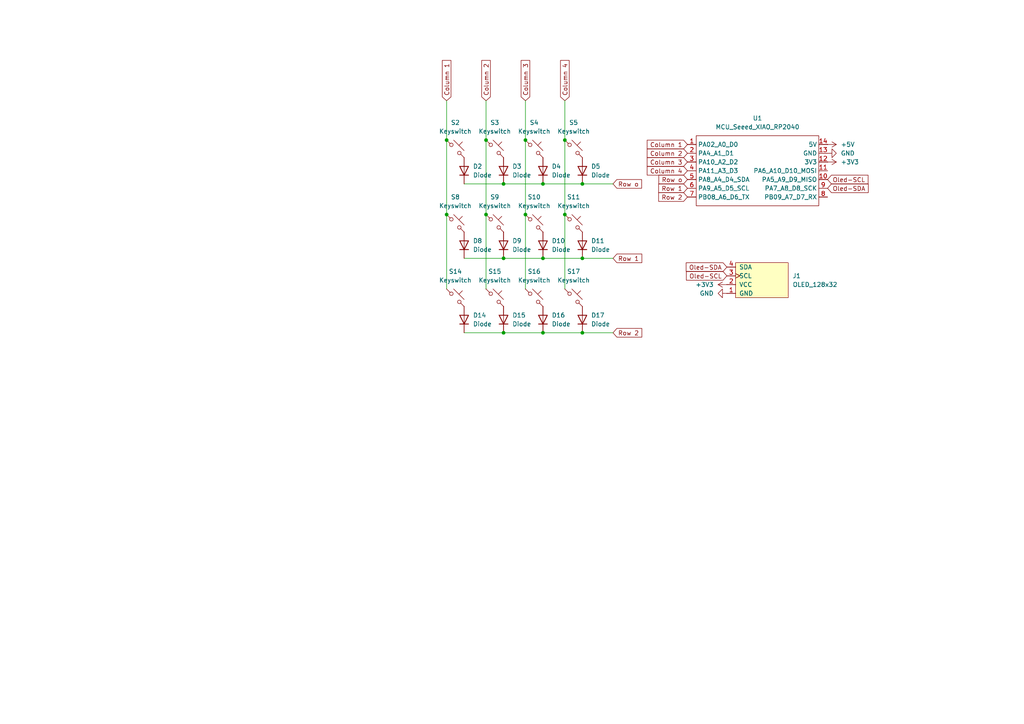
<source format=kicad_sch>
(kicad_sch
	(version 20250114)
	(generator "eeschema")
	(generator_version "9.0")
	(uuid "04a5b962-2ef3-470f-a7bf-d002a808a2cd")
	(paper "A4")
	(lib_symbols
		(symbol "ScottoKeebs:MCU_Seeed_XIAO_RP2040"
			(exclude_from_sim no)
			(in_bom yes)
			(on_board yes)
			(property "Reference" "U"
				(at -16.51 11.43 0)
				(effects
					(font
						(size 1.27 1.27)
					)
				)
			)
			(property "Value" "MCU_Seeed_XIAO_RP2040"
				(at -3.81 -11.43 0)
				(effects
					(font
						(size 1.27 1.27)
					)
				)
			)
			(property "Footprint" ""
				(at -16.51 2.54 0)
				(effects
					(font
						(size 1.27 1.27)
					)
					(hide yes)
				)
			)
			(property "Datasheet" ""
				(at -16.51 2.54 0)
				(effects
					(font
						(size 1.27 1.27)
					)
					(hide yes)
				)
			)
			(property "Description" ""
				(at 0 0 0)
				(effects
					(font
						(size 1.27 1.27)
					)
					(hide yes)
				)
			)
			(symbol "MCU_Seeed_XIAO_RP2040_0_1"
				(rectangle
					(start -16.51 10.16)
					(end 19.05 -10.16)
					(stroke
						(width 0)
						(type default)
					)
					(fill
						(type none)
					)
				)
			)
			(symbol "MCU_Seeed_XIAO_RP2040_1_1"
				(pin passive line
					(at -19.05 7.62 0)
					(length 2.54)
					(name "PA02_A0_D0"
						(effects
							(font
								(size 1.27 1.27)
							)
						)
					)
					(number "1"
						(effects
							(font
								(size 1.27 1.27)
							)
						)
					)
				)
				(pin passive line
					(at -19.05 5.08 0)
					(length 2.54)
					(name "PA4_A1_D1"
						(effects
							(font
								(size 1.27 1.27)
							)
						)
					)
					(number "2"
						(effects
							(font
								(size 1.27 1.27)
							)
						)
					)
				)
				(pin passive line
					(at -19.05 2.54 0)
					(length 2.54)
					(name "PA10_A2_D2"
						(effects
							(font
								(size 1.27 1.27)
							)
						)
					)
					(number "3"
						(effects
							(font
								(size 1.27 1.27)
							)
						)
					)
				)
				(pin passive line
					(at -19.05 0 0)
					(length 2.54)
					(name "PA11_A3_D3"
						(effects
							(font
								(size 1.27 1.27)
							)
						)
					)
					(number "4"
						(effects
							(font
								(size 1.27 1.27)
							)
						)
					)
				)
				(pin passive line
					(at -19.05 -2.54 0)
					(length 2.54)
					(name "PA8_A4_D4_SDA"
						(effects
							(font
								(size 1.27 1.27)
							)
						)
					)
					(number "5"
						(effects
							(font
								(size 1.27 1.27)
							)
						)
					)
				)
				(pin passive line
					(at -19.05 -5.08 0)
					(length 2.54)
					(name "PA9_A5_D5_SCL"
						(effects
							(font
								(size 1.27 1.27)
							)
						)
					)
					(number "6"
						(effects
							(font
								(size 1.27 1.27)
							)
						)
					)
				)
				(pin passive line
					(at -19.05 -7.62 0)
					(length 2.54)
					(name "PB08_A6_D6_TX"
						(effects
							(font
								(size 1.27 1.27)
							)
						)
					)
					(number "7"
						(effects
							(font
								(size 1.27 1.27)
							)
						)
					)
				)
				(pin passive line
					(at 21.59 7.62 180)
					(length 2.54)
					(name "5V"
						(effects
							(font
								(size 1.27 1.27)
							)
						)
					)
					(number "14"
						(effects
							(font
								(size 1.27 1.27)
							)
						)
					)
				)
				(pin passive line
					(at 21.59 5.08 180)
					(length 2.54)
					(name "GND"
						(effects
							(font
								(size 1.27 1.27)
							)
						)
					)
					(number "13"
						(effects
							(font
								(size 1.27 1.27)
							)
						)
					)
				)
				(pin passive line
					(at 21.59 2.54 180)
					(length 2.54)
					(name "3V3"
						(effects
							(font
								(size 1.27 1.27)
							)
						)
					)
					(number "12"
						(effects
							(font
								(size 1.27 1.27)
							)
						)
					)
				)
				(pin passive line
					(at 21.59 0 180)
					(length 2.54)
					(name "PA6_A10_D10_MOSI"
						(effects
							(font
								(size 1.27 1.27)
							)
						)
					)
					(number "11"
						(effects
							(font
								(size 1.27 1.27)
							)
						)
					)
				)
				(pin passive line
					(at 21.59 -2.54 180)
					(length 2.54)
					(name "PA5_A9_D9_MISO"
						(effects
							(font
								(size 1.27 1.27)
							)
						)
					)
					(number "10"
						(effects
							(font
								(size 1.27 1.27)
							)
						)
					)
				)
				(pin passive line
					(at 21.59 -5.08 180)
					(length 2.54)
					(name "PA7_A8_D8_SCK"
						(effects
							(font
								(size 1.27 1.27)
							)
						)
					)
					(number "9"
						(effects
							(font
								(size 1.27 1.27)
							)
						)
					)
				)
				(pin passive line
					(at 21.59 -7.62 180)
					(length 2.54)
					(name "PB09_A7_D7_RX"
						(effects
							(font
								(size 1.27 1.27)
							)
						)
					)
					(number "8"
						(effects
							(font
								(size 1.27 1.27)
							)
						)
					)
				)
			)
			(embedded_fonts no)
		)
		(symbol "ScottoKeebs:OLED_128x32"
			(pin_names
				(offset 1.016)
			)
			(exclude_from_sim no)
			(in_bom yes)
			(on_board yes)
			(property "Reference" "J"
				(at 0 -6.35 0)
				(effects
					(font
						(size 1.27 1.27)
					)
				)
			)
			(property "Value" "OLED_128x32"
				(at 0 6.35 0)
				(effects
					(font
						(size 1.27 1.27)
					)
				)
			)
			(property "Footprint" "ScottoKeebs_Components:OLED_128x32"
				(at 0 8.89 0)
				(effects
					(font
						(size 1.27 1.27)
					)
					(hide yes)
				)
			)
			(property "Datasheet" ""
				(at 0 1.27 0)
				(effects
					(font
						(size 1.27 1.27)
					)
					(hide yes)
				)
			)
			(property "Description" ""
				(at 0 0 0)
				(effects
					(font
						(size 1.27 1.27)
					)
					(hide yes)
				)
			)
			(symbol "OLED_128x32_0_1"
				(rectangle
					(start 0 5.08)
					(end 15.24 -5.08)
					(stroke
						(width 0)
						(type default)
					)
					(fill
						(type background)
					)
				)
			)
			(symbol "OLED_128x32_1_1"
				(pin bidirectional line
					(at -2.54 3.81 0)
					(length 2.54)
					(name "SDA"
						(effects
							(font
								(size 1.27 1.27)
							)
						)
					)
					(number "4"
						(effects
							(font
								(size 1.27 1.27)
							)
						)
					)
				)
				(pin input clock
					(at -2.54 1.27 0)
					(length 2.54)
					(name "SCL"
						(effects
							(font
								(size 1.27 1.27)
							)
						)
					)
					(number "3"
						(effects
							(font
								(size 1.27 1.27)
							)
						)
					)
				)
				(pin power_in line
					(at -2.54 -1.27 0)
					(length 2.54)
					(name "VCC"
						(effects
							(font
								(size 1.27 1.27)
							)
						)
					)
					(number "2"
						(effects
							(font
								(size 1.27 1.27)
							)
						)
					)
				)
				(pin power_in line
					(at -2.54 -3.81 0)
					(length 2.54)
					(name "GND"
						(effects
							(font
								(size 1.27 1.27)
							)
						)
					)
					(number "1"
						(effects
							(font
								(size 1.27 1.27)
							)
						)
					)
				)
			)
			(embedded_fonts no)
		)
		(symbol "ScottoKeebs:Placeholder_Diode"
			(pin_numbers
				(hide yes)
			)
			(pin_names
				(hide yes)
			)
			(exclude_from_sim no)
			(in_bom yes)
			(on_board yes)
			(property "Reference" "D"
				(at 0 2.54 0)
				(effects
					(font
						(size 1.27 1.27)
					)
				)
			)
			(property "Value" "Diode"
				(at 0 -2.54 0)
				(effects
					(font
						(size 1.27 1.27)
					)
				)
			)
			(property "Footprint" ""
				(at 0 0 0)
				(effects
					(font
						(size 1.27 1.27)
					)
					(hide yes)
				)
			)
			(property "Datasheet" ""
				(at 0 0 0)
				(effects
					(font
						(size 1.27 1.27)
					)
					(hide yes)
				)
			)
			(property "Description" "1N4148 (DO-35) or 1N4148W (SOD-123)"
				(at 0 0 0)
				(effects
					(font
						(size 1.27 1.27)
					)
					(hide yes)
				)
			)
			(property "Sim.Device" "D"
				(at 0 0 0)
				(effects
					(font
						(size 1.27 1.27)
					)
					(hide yes)
				)
			)
			(property "Sim.Pins" "1=K 2=A"
				(at 0 0 0)
				(effects
					(font
						(size 1.27 1.27)
					)
					(hide yes)
				)
			)
			(property "ki_keywords" "diode"
				(at 0 0 0)
				(effects
					(font
						(size 1.27 1.27)
					)
					(hide yes)
				)
			)
			(property "ki_fp_filters" "D*DO?35*"
				(at 0 0 0)
				(effects
					(font
						(size 1.27 1.27)
					)
					(hide yes)
				)
			)
			(symbol "Placeholder_Diode_0_1"
				(polyline
					(pts
						(xy -1.27 1.27) (xy -1.27 -1.27)
					)
					(stroke
						(width 0.254)
						(type default)
					)
					(fill
						(type none)
					)
				)
				(polyline
					(pts
						(xy 1.27 1.27) (xy 1.27 -1.27) (xy -1.27 0) (xy 1.27 1.27)
					)
					(stroke
						(width 0.254)
						(type default)
					)
					(fill
						(type none)
					)
				)
				(polyline
					(pts
						(xy 1.27 0) (xy -1.27 0)
					)
					(stroke
						(width 0)
						(type default)
					)
					(fill
						(type none)
					)
				)
			)
			(symbol "Placeholder_Diode_1_1"
				(pin passive line
					(at -3.81 0 0)
					(length 2.54)
					(name "K"
						(effects
							(font
								(size 1.27 1.27)
							)
						)
					)
					(number "1"
						(effects
							(font
								(size 1.27 1.27)
							)
						)
					)
				)
				(pin passive line
					(at 3.81 0 180)
					(length 2.54)
					(name "A"
						(effects
							(font
								(size 1.27 1.27)
							)
						)
					)
					(number "2"
						(effects
							(font
								(size 1.27 1.27)
							)
						)
					)
				)
			)
			(embedded_fonts no)
		)
		(symbol "ScottoKeebs:Placeholder_Keyswitch"
			(pin_numbers
				(hide yes)
			)
			(pin_names
				(offset 1.016)
				(hide yes)
			)
			(exclude_from_sim no)
			(in_bom yes)
			(on_board yes)
			(property "Reference" "S"
				(at 3.048 1.016 0)
				(effects
					(font
						(size 1.27 1.27)
					)
					(justify left)
				)
			)
			(property "Value" "Keyswitch"
				(at 0 -3.81 0)
				(effects
					(font
						(size 1.27 1.27)
					)
				)
			)
			(property "Footprint" ""
				(at 0 0 0)
				(effects
					(font
						(size 1.27 1.27)
					)
					(hide yes)
				)
			)
			(property "Datasheet" "~"
				(at 0 0 0)
				(effects
					(font
						(size 1.27 1.27)
					)
					(hide yes)
				)
			)
			(property "Description" "Push button switch, normally open, two pins, 45° tilted"
				(at 0 0 0)
				(effects
					(font
						(size 1.27 1.27)
					)
					(hide yes)
				)
			)
			(property "ki_keywords" "switch normally-open pushbutton push-button"
				(at 0 0 0)
				(effects
					(font
						(size 1.27 1.27)
					)
					(hide yes)
				)
			)
			(symbol "Placeholder_Keyswitch_0_1"
				(polyline
					(pts
						(xy -2.54 2.54) (xy -1.524 1.524) (xy -1.524 1.524)
					)
					(stroke
						(width 0)
						(type default)
					)
					(fill
						(type none)
					)
				)
				(circle
					(center -1.1684 1.1684)
					(radius 0.508)
					(stroke
						(width 0)
						(type default)
					)
					(fill
						(type none)
					)
				)
				(polyline
					(pts
						(xy -0.508 2.54) (xy 2.54 -0.508)
					)
					(stroke
						(width 0)
						(type default)
					)
					(fill
						(type none)
					)
				)
				(polyline
					(pts
						(xy 1.016 1.016) (xy 2.032 2.032)
					)
					(stroke
						(width 0)
						(type default)
					)
					(fill
						(type none)
					)
				)
				(circle
					(center 1.143 -1.1938)
					(radius 0.508)
					(stroke
						(width 0)
						(type default)
					)
					(fill
						(type none)
					)
				)
				(polyline
					(pts
						(xy 1.524 -1.524) (xy 2.54 -2.54) (xy 2.54 -2.54) (xy 2.54 -2.54)
					)
					(stroke
						(width 0)
						(type default)
					)
					(fill
						(type none)
					)
				)
				(pin passive line
					(at -2.54 2.54 0)
					(length 0)
					(name "1"
						(effects
							(font
								(size 1.27 1.27)
							)
						)
					)
					(number "1"
						(effects
							(font
								(size 1.27 1.27)
							)
						)
					)
				)
				(pin passive line
					(at 2.54 -2.54 180)
					(length 0)
					(name "2"
						(effects
							(font
								(size 1.27 1.27)
							)
						)
					)
					(number "2"
						(effects
							(font
								(size 1.27 1.27)
							)
						)
					)
				)
			)
			(embedded_fonts no)
		)
		(symbol "power:+3V3"
			(power)
			(pin_numbers
				(hide yes)
			)
			(pin_names
				(offset 0)
				(hide yes)
			)
			(exclude_from_sim no)
			(in_bom yes)
			(on_board yes)
			(property "Reference" "#PWR"
				(at 0 -3.81 0)
				(effects
					(font
						(size 1.27 1.27)
					)
					(hide yes)
				)
			)
			(property "Value" "+3V3"
				(at 0 3.556 0)
				(effects
					(font
						(size 1.27 1.27)
					)
				)
			)
			(property "Footprint" ""
				(at 0 0 0)
				(effects
					(font
						(size 1.27 1.27)
					)
					(hide yes)
				)
			)
			(property "Datasheet" ""
				(at 0 0 0)
				(effects
					(font
						(size 1.27 1.27)
					)
					(hide yes)
				)
			)
			(property "Description" "Power symbol creates a global label with name \"+3V3\""
				(at 0 0 0)
				(effects
					(font
						(size 1.27 1.27)
					)
					(hide yes)
				)
			)
			(property "ki_keywords" "global power"
				(at 0 0 0)
				(effects
					(font
						(size 1.27 1.27)
					)
					(hide yes)
				)
			)
			(symbol "+3V3_0_1"
				(polyline
					(pts
						(xy -0.762 1.27) (xy 0 2.54)
					)
					(stroke
						(width 0)
						(type default)
					)
					(fill
						(type none)
					)
				)
				(polyline
					(pts
						(xy 0 2.54) (xy 0.762 1.27)
					)
					(stroke
						(width 0)
						(type default)
					)
					(fill
						(type none)
					)
				)
				(polyline
					(pts
						(xy 0 0) (xy 0 2.54)
					)
					(stroke
						(width 0)
						(type default)
					)
					(fill
						(type none)
					)
				)
			)
			(symbol "+3V3_1_1"
				(pin power_in line
					(at 0 0 90)
					(length 0)
					(name "~"
						(effects
							(font
								(size 1.27 1.27)
							)
						)
					)
					(number "1"
						(effects
							(font
								(size 1.27 1.27)
							)
						)
					)
				)
			)
			(embedded_fonts no)
		)
		(symbol "power:+5V"
			(power)
			(pin_numbers
				(hide yes)
			)
			(pin_names
				(offset 0)
				(hide yes)
			)
			(exclude_from_sim no)
			(in_bom yes)
			(on_board yes)
			(property "Reference" "#PWR"
				(at 0 -3.81 0)
				(effects
					(font
						(size 1.27 1.27)
					)
					(hide yes)
				)
			)
			(property "Value" "+5V"
				(at 0 3.556 0)
				(effects
					(font
						(size 1.27 1.27)
					)
				)
			)
			(property "Footprint" ""
				(at 0 0 0)
				(effects
					(font
						(size 1.27 1.27)
					)
					(hide yes)
				)
			)
			(property "Datasheet" ""
				(at 0 0 0)
				(effects
					(font
						(size 1.27 1.27)
					)
					(hide yes)
				)
			)
			(property "Description" "Power symbol creates a global label with name \"+5V\""
				(at 0 0 0)
				(effects
					(font
						(size 1.27 1.27)
					)
					(hide yes)
				)
			)
			(property "ki_keywords" "global power"
				(at 0 0 0)
				(effects
					(font
						(size 1.27 1.27)
					)
					(hide yes)
				)
			)
			(symbol "+5V_0_1"
				(polyline
					(pts
						(xy -0.762 1.27) (xy 0 2.54)
					)
					(stroke
						(width 0)
						(type default)
					)
					(fill
						(type none)
					)
				)
				(polyline
					(pts
						(xy 0 2.54) (xy 0.762 1.27)
					)
					(stroke
						(width 0)
						(type default)
					)
					(fill
						(type none)
					)
				)
				(polyline
					(pts
						(xy 0 0) (xy 0 2.54)
					)
					(stroke
						(width 0)
						(type default)
					)
					(fill
						(type none)
					)
				)
			)
			(symbol "+5V_1_1"
				(pin power_in line
					(at 0 0 90)
					(length 0)
					(name "~"
						(effects
							(font
								(size 1.27 1.27)
							)
						)
					)
					(number "1"
						(effects
							(font
								(size 1.27 1.27)
							)
						)
					)
				)
			)
			(embedded_fonts no)
		)
		(symbol "power:GND"
			(power)
			(pin_numbers
				(hide yes)
			)
			(pin_names
				(offset 0)
				(hide yes)
			)
			(exclude_from_sim no)
			(in_bom yes)
			(on_board yes)
			(property "Reference" "#PWR"
				(at 0 -6.35 0)
				(effects
					(font
						(size 1.27 1.27)
					)
					(hide yes)
				)
			)
			(property "Value" "GND"
				(at 0 -3.81 0)
				(effects
					(font
						(size 1.27 1.27)
					)
				)
			)
			(property "Footprint" ""
				(at 0 0 0)
				(effects
					(font
						(size 1.27 1.27)
					)
					(hide yes)
				)
			)
			(property "Datasheet" ""
				(at 0 0 0)
				(effects
					(font
						(size 1.27 1.27)
					)
					(hide yes)
				)
			)
			(property "Description" "Power symbol creates a global label with name \"GND\" , ground"
				(at 0 0 0)
				(effects
					(font
						(size 1.27 1.27)
					)
					(hide yes)
				)
			)
			(property "ki_keywords" "global power"
				(at 0 0 0)
				(effects
					(font
						(size 1.27 1.27)
					)
					(hide yes)
				)
			)
			(symbol "GND_0_1"
				(polyline
					(pts
						(xy 0 0) (xy 0 -1.27) (xy 1.27 -1.27) (xy 0 -2.54) (xy -1.27 -1.27) (xy 0 -1.27)
					)
					(stroke
						(width 0)
						(type default)
					)
					(fill
						(type none)
					)
				)
			)
			(symbol "GND_1_1"
				(pin power_in line
					(at 0 0 270)
					(length 0)
					(name "~"
						(effects
							(font
								(size 1.27 1.27)
							)
						)
					)
					(number "1"
						(effects
							(font
								(size 1.27 1.27)
							)
						)
					)
				)
			)
			(embedded_fonts no)
		)
	)
	(junction
		(at 157.48 96.52)
		(diameter 0)
		(color 0 0 0 0)
		(uuid "01a6acd8-b75c-4335-83a5-54e017d11f55")
	)
	(junction
		(at 157.48 74.93)
		(diameter 0)
		(color 0 0 0 0)
		(uuid "217cebcb-f124-4e58-80a9-84e1207dba65")
	)
	(junction
		(at 157.48 53.34)
		(diameter 0)
		(color 0 0 0 0)
		(uuid "3a3e145b-7f8f-494a-be80-e495d12e89b9")
	)
	(junction
		(at 168.91 53.34)
		(diameter 0)
		(color 0 0 0 0)
		(uuid "57f5c54e-9157-4295-8a7f-77b8273b386f")
	)
	(junction
		(at 140.97 40.64)
		(diameter 0)
		(color 0 0 0 0)
		(uuid "5a34a2ea-6fed-4f57-a75a-4f6c18acc507")
	)
	(junction
		(at 168.91 74.93)
		(diameter 0)
		(color 0 0 0 0)
		(uuid "70fbb2f8-b133-4ee1-bfc5-4bbf04183032")
	)
	(junction
		(at 152.4 40.64)
		(diameter 0)
		(color 0 0 0 0)
		(uuid "78192869-2a8a-4ba1-b08f-99a342bccd81")
	)
	(junction
		(at 163.83 62.23)
		(diameter 0)
		(color 0 0 0 0)
		(uuid "81d54aaa-4eb5-43f4-92c1-6e75a61abc76")
	)
	(junction
		(at 163.83 40.64)
		(diameter 0)
		(color 0 0 0 0)
		(uuid "88b0175d-674a-4c56-834b-91e22d490cbc")
	)
	(junction
		(at 140.97 62.23)
		(diameter 0)
		(color 0 0 0 0)
		(uuid "ac56dd19-1a4d-4472-9cfb-09f8f0a7e10a")
	)
	(junction
		(at 129.54 40.64)
		(diameter 0)
		(color 0 0 0 0)
		(uuid "afedada1-c6c4-47c1-9c92-f7fe406d0dc2")
	)
	(junction
		(at 146.05 96.52)
		(diameter 0)
		(color 0 0 0 0)
		(uuid "b507d37a-f259-49ca-af59-3067a7492adc")
	)
	(junction
		(at 146.05 74.93)
		(diameter 0)
		(color 0 0 0 0)
		(uuid "b53a7963-e8ad-4e99-bb2f-96e9796247c0")
	)
	(junction
		(at 168.91 96.52)
		(diameter 0)
		(color 0 0 0 0)
		(uuid "b87ea8c5-6646-4d03-abd7-299fad960d26")
	)
	(junction
		(at 129.54 62.23)
		(diameter 0)
		(color 0 0 0 0)
		(uuid "c79313f8-f412-4de4-b6a1-baf407f5f78c")
	)
	(junction
		(at 152.4 62.23)
		(diameter 0)
		(color 0 0 0 0)
		(uuid "e4837235-9cb3-4d4e-903d-d65dfe22d467")
	)
	(junction
		(at 146.05 53.34)
		(diameter 0)
		(color 0 0 0 0)
		(uuid "f34ed132-7d63-4cc6-be25-0df5bcbb3505")
	)
	(wire
		(pts
			(xy 152.4 29.21) (xy 152.4 40.64)
		)
		(stroke
			(width 0)
			(type default)
		)
		(uuid "10e02adf-4744-4065-a49a-4bf7b2f491f0")
	)
	(wire
		(pts
			(xy 146.05 96.52) (xy 157.48 96.52)
		)
		(stroke
			(width 0)
			(type default)
		)
		(uuid "1651dc7e-498c-4c4e-9e50-c1e159415711")
	)
	(wire
		(pts
			(xy 163.83 62.23) (xy 163.83 83.82)
		)
		(stroke
			(width 0)
			(type default)
		)
		(uuid "2011e907-339a-423b-9543-4d63e1f6fc28")
	)
	(wire
		(pts
			(xy 134.62 53.34) (xy 146.05 53.34)
		)
		(stroke
			(width 0)
			(type default)
		)
		(uuid "2013c8d5-9110-4424-9a1f-d4b6d1a10e8f")
	)
	(wire
		(pts
			(xy 157.48 53.34) (xy 168.91 53.34)
		)
		(stroke
			(width 0)
			(type default)
		)
		(uuid "2d3af959-8be5-4976-9a1f-85b77957ee0a")
	)
	(wire
		(pts
			(xy 134.62 96.52) (xy 146.05 96.52)
		)
		(stroke
			(width 0)
			(type default)
		)
		(uuid "3bfdcca8-a009-4b05-939d-a12d2c936b64")
	)
	(wire
		(pts
			(xy 157.48 96.52) (xy 168.91 96.52)
		)
		(stroke
			(width 0)
			(type default)
		)
		(uuid "4111e8ee-8936-460a-b7a2-adc5864b56a3")
	)
	(wire
		(pts
			(xy 152.4 62.23) (xy 152.4 83.82)
		)
		(stroke
			(width 0)
			(type default)
		)
		(uuid "41b72377-aa23-4762-8d3a-7d6666ee20ef")
	)
	(wire
		(pts
			(xy 146.05 53.34) (xy 157.48 53.34)
		)
		(stroke
			(width 0)
			(type default)
		)
		(uuid "5e55f37b-46f0-4fda-ad3f-fa8ae5d6389a")
	)
	(wire
		(pts
			(xy 140.97 40.64) (xy 140.97 62.23)
		)
		(stroke
			(width 0)
			(type default)
		)
		(uuid "670c7242-0f63-4d54-bee3-1a9773ce290f")
	)
	(wire
		(pts
			(xy 134.62 74.93) (xy 146.05 74.93)
		)
		(stroke
			(width 0)
			(type default)
		)
		(uuid "74649bd9-efaa-4902-ade5-eb91298fe64e")
	)
	(wire
		(pts
			(xy 157.48 74.93) (xy 168.91 74.93)
		)
		(stroke
			(width 0)
			(type default)
		)
		(uuid "83ea55f5-6034-47f4-84f4-116dbcdaa481")
	)
	(wire
		(pts
			(xy 129.54 62.23) (xy 129.54 40.64)
		)
		(stroke
			(width 0)
			(type default)
		)
		(uuid "8c750e86-1974-4e90-96d7-327fb87face4")
	)
	(wire
		(pts
			(xy 163.83 40.64) (xy 163.83 62.23)
		)
		(stroke
			(width 0)
			(type default)
		)
		(uuid "8f49c057-2773-4aaa-be40-90b49f01f35a")
	)
	(wire
		(pts
			(xy 168.91 96.52) (xy 177.8 96.52)
		)
		(stroke
			(width 0)
			(type default)
		)
		(uuid "97cfba8f-ac55-490c-88be-fb494a648574")
	)
	(wire
		(pts
			(xy 168.91 53.34) (xy 177.8 53.34)
		)
		(stroke
			(width 0)
			(type default)
		)
		(uuid "9d4628f6-8731-43a6-9dbd-1b5487bb6464")
	)
	(wire
		(pts
			(xy 140.97 62.23) (xy 140.97 83.82)
		)
		(stroke
			(width 0)
			(type default)
		)
		(uuid "a1c78188-c833-4dc3-90d8-08a8b3e90132")
	)
	(wire
		(pts
			(xy 129.54 29.21) (xy 129.54 40.64)
		)
		(stroke
			(width 0)
			(type default)
		)
		(uuid "a32a36fb-f084-4b5a-abbd-7a1648e6078b")
	)
	(wire
		(pts
			(xy 146.05 74.93) (xy 157.48 74.93)
		)
		(stroke
			(width 0)
			(type default)
		)
		(uuid "aa7f67f7-d8fa-45c4-83fd-1574cc455f3a")
	)
	(wire
		(pts
			(xy 163.83 29.21) (xy 163.83 40.64)
		)
		(stroke
			(width 0)
			(type default)
		)
		(uuid "ac862c3e-469c-4a9b-acfe-e561abd47fe2")
	)
	(wire
		(pts
			(xy 140.97 29.21) (xy 140.97 40.64)
		)
		(stroke
			(width 0)
			(type default)
		)
		(uuid "c02dd348-cc94-44c0-88fe-6c271164f18d")
	)
	(wire
		(pts
			(xy 168.91 74.93) (xy 177.8 74.93)
		)
		(stroke
			(width 0)
			(type default)
		)
		(uuid "d43bc2cf-b7a8-496a-abde-c8f3f0583f13")
	)
	(wire
		(pts
			(xy 152.4 40.64) (xy 152.4 62.23)
		)
		(stroke
			(width 0)
			(type default)
		)
		(uuid "d94a7ce4-ce55-4a64-a16c-b130289ce0cd")
	)
	(wire
		(pts
			(xy 129.54 83.82) (xy 129.54 62.23)
		)
		(stroke
			(width 0)
			(type default)
		)
		(uuid "e727c0e0-1628-47ff-b36d-0ffa018b9978")
	)
	(global_label "Row 1"
		(shape input)
		(at 199.39 54.61 180)
		(fields_autoplaced yes)
		(effects
			(font
				(size 1.27 1.27)
			)
			(justify right)
		)
		(uuid "0da34632-d693-42b5-af99-fafc70dd4553")
		(property "Intersheetrefs" "${INTERSHEET_REFS}"
			(at 190.4782 54.61 0)
			(effects
				(font
					(size 1.27 1.27)
				)
				(justify right)
				(hide yes)
			)
		)
	)
	(global_label "Oled-SCL"
		(shape input)
		(at 210.82 80.01 180)
		(fields_autoplaced yes)
		(effects
			(font
				(size 1.27 1.27)
			)
			(justify right)
		)
		(uuid "16b81e15-360f-4144-bd6d-f4ee1f8e9290")
		(property "Intersheetrefs" "${INTERSHEET_REFS}"
			(at 198.5215 80.01 0)
			(effects
				(font
					(size 1.27 1.27)
				)
				(justify right)
				(hide yes)
			)
		)
	)
	(global_label "Column 4"
		(shape input)
		(at 163.83 29.21 90)
		(fields_autoplaced yes)
		(effects
			(font
				(size 1.27 1.27)
			)
			(justify left)
		)
		(uuid "2228ec5e-de11-4c35-bd84-a485f72a50e2")
		(property "Intersheetrefs" "${INTERSHEET_REFS}"
			(at 163.83 16.9722 90)
			(effects
				(font
					(size 1.27 1.27)
				)
				(justify left)
				(hide yes)
			)
		)
	)
	(global_label "Oled-SDA"
		(shape input)
		(at 240.03 54.61 0)
		(fields_autoplaced yes)
		(effects
			(font
				(size 1.27 1.27)
			)
			(justify left)
		)
		(uuid "22fbbb0b-5af1-4b2b-956f-5a276f0c1ac0")
		(property "Intersheetrefs" "${INTERSHEET_REFS}"
			(at 252.389 54.61 0)
			(effects
				(font
					(size 1.27 1.27)
				)
				(justify left)
				(hide yes)
			)
		)
	)
	(global_label "Oled-SDA"
		(shape input)
		(at 210.82 77.47 180)
		(fields_autoplaced yes)
		(effects
			(font
				(size 1.27 1.27)
			)
			(justify right)
		)
		(uuid "2d4d111a-6792-40c7-bbb0-d7f2608acd15")
		(property "Intersheetrefs" "${INTERSHEET_REFS}"
			(at 198.461 77.47 0)
			(effects
				(font
					(size 1.27 1.27)
				)
				(justify right)
				(hide yes)
			)
		)
	)
	(global_label "Column 1"
		(shape input)
		(at 199.39 41.91 180)
		(fields_autoplaced yes)
		(effects
			(font
				(size 1.27 1.27)
			)
			(justify right)
		)
		(uuid "4f7d1e24-3151-40fc-b89d-5810cd00d87c")
		(property "Intersheetrefs" "${INTERSHEET_REFS}"
			(at 187.1522 41.91 0)
			(effects
				(font
					(size 1.27 1.27)
				)
				(justify right)
				(hide yes)
			)
		)
	)
	(global_label "Row 2"
		(shape input)
		(at 177.8 96.52 0)
		(fields_autoplaced yes)
		(effects
			(font
				(size 1.27 1.27)
			)
			(justify left)
		)
		(uuid "63afa239-f334-49fb-bc77-f14de77b94f1")
		(property "Intersheetrefs" "${INTERSHEET_REFS}"
			(at 186.7118 96.52 0)
			(effects
				(font
					(size 1.27 1.27)
				)
				(justify left)
				(hide yes)
			)
		)
	)
	(global_label "Column 3"
		(shape input)
		(at 152.4 29.21 90)
		(fields_autoplaced yes)
		(effects
			(font
				(size 1.27 1.27)
			)
			(justify left)
		)
		(uuid "691604bd-b356-402a-8e31-3d21b89078cd")
		(property "Intersheetrefs" "${INTERSHEET_REFS}"
			(at 152.4 16.9722 90)
			(effects
				(font
					(size 1.27 1.27)
				)
				(justify left)
				(hide yes)
			)
		)
	)
	(global_label "Column 2"
		(shape input)
		(at 140.97 29.21 90)
		(fields_autoplaced yes)
		(effects
			(font
				(size 1.27 1.27)
			)
			(justify left)
		)
		(uuid "86f3b5ce-56d6-4818-89a3-d7272eb2baf2")
		(property "Intersheetrefs" "${INTERSHEET_REFS}"
			(at 140.97 16.9722 90)
			(effects
				(font
					(size 1.27 1.27)
				)
				(justify left)
				(hide yes)
			)
		)
	)
	(global_label "Row o"
		(shape input)
		(at 199.39 52.07 180)
		(fields_autoplaced yes)
		(effects
			(font
				(size 1.27 1.27)
			)
			(justify right)
		)
		(uuid "9b9b4e29-5732-40e5-8510-31c52516f955")
		(property "Intersheetrefs" "${INTERSHEET_REFS}"
			(at 190.5387 52.07 0)
			(effects
				(font
					(size 1.27 1.27)
				)
				(justify right)
				(hide yes)
			)
		)
	)
	(global_label "Column 3"
		(shape input)
		(at 199.39 46.99 180)
		(fields_autoplaced yes)
		(effects
			(font
				(size 1.27 1.27)
			)
			(justify right)
		)
		(uuid "a80d98ef-6b0a-40aa-9ad3-3398e604db47")
		(property "Intersheetrefs" "${INTERSHEET_REFS}"
			(at 187.1522 46.99 0)
			(effects
				(font
					(size 1.27 1.27)
				)
				(justify right)
				(hide yes)
			)
		)
	)
	(global_label "Row o"
		(shape input)
		(at 177.8 53.34 0)
		(fields_autoplaced yes)
		(effects
			(font
				(size 1.27 1.27)
			)
			(justify left)
		)
		(uuid "ab1e48da-699f-44aa-bdf6-1b64e616fd3e")
		(property "Intersheetrefs" "${INTERSHEET_REFS}"
			(at 186.6513 53.34 0)
			(effects
				(font
					(size 1.27 1.27)
				)
				(justify left)
				(hide yes)
			)
		)
	)
	(global_label "Column 1"
		(shape input)
		(at 129.54 29.21 90)
		(fields_autoplaced yes)
		(effects
			(font
				(size 1.27 1.27)
			)
			(justify left)
		)
		(uuid "bb4a63c9-dbde-42a1-98ac-56097e55392d")
		(property "Intersheetrefs" "${INTERSHEET_REFS}"
			(at 129.54 16.9722 90)
			(effects
				(font
					(size 1.27 1.27)
				)
				(justify left)
				(hide yes)
			)
		)
	)
	(global_label "Row 1"
		(shape input)
		(at 177.8 74.93 0)
		(fields_autoplaced yes)
		(effects
			(font
				(size 1.27 1.27)
			)
			(justify left)
		)
		(uuid "c685b9a2-0746-4235-baae-009eed5b84e8")
		(property "Intersheetrefs" "${INTERSHEET_REFS}"
			(at 186.7118 74.93 0)
			(effects
				(font
					(size 1.27 1.27)
				)
				(justify left)
				(hide yes)
			)
		)
	)
	(global_label "Oled-SCL"
		(shape input)
		(at 240.03 52.07 0)
		(fields_autoplaced yes)
		(effects
			(font
				(size 1.27 1.27)
			)
			(justify left)
		)
		(uuid "c789a68d-6adb-45ee-8387-a109fe0e46b2")
		(property "Intersheetrefs" "${INTERSHEET_REFS}"
			(at 252.3285 52.07 0)
			(effects
				(font
					(size 1.27 1.27)
				)
				(justify left)
				(hide yes)
			)
		)
	)
	(global_label "Row 2"
		(shape input)
		(at 199.39 57.15 180)
		(fields_autoplaced yes)
		(effects
			(font
				(size 1.27 1.27)
			)
			(justify right)
		)
		(uuid "e6961269-7b87-4323-a10a-02153677f977")
		(property "Intersheetrefs" "${INTERSHEET_REFS}"
			(at 190.4782 57.15 0)
			(effects
				(font
					(size 1.27 1.27)
				)
				(justify right)
				(hide yes)
			)
		)
	)
	(global_label "Column 4"
		(shape input)
		(at 199.39 49.53 180)
		(fields_autoplaced yes)
		(effects
			(font
				(size 1.27 1.27)
			)
			(justify right)
		)
		(uuid "f591ff4d-6047-4fd8-99ca-b37d253114cd")
		(property "Intersheetrefs" "${INTERSHEET_REFS}"
			(at 187.1522 49.53 0)
			(effects
				(font
					(size 1.27 1.27)
				)
				(justify right)
				(hide yes)
			)
		)
	)
	(global_label "Column 2"
		(shape input)
		(at 199.39 44.45 180)
		(fields_autoplaced yes)
		(effects
			(font
				(size 1.27 1.27)
			)
			(justify right)
		)
		(uuid "fa2750aa-3f8f-44cf-bb2b-771cda17656b")
		(property "Intersheetrefs" "${INTERSHEET_REFS}"
			(at 187.1522 44.45 0)
			(effects
				(font
					(size 1.27 1.27)
				)
				(justify right)
				(hide yes)
			)
		)
	)
	(symbol
		(lib_id "ScottoKeebs:Placeholder_Diode")
		(at 134.62 92.71 90)
		(unit 1)
		(exclude_from_sim no)
		(in_bom yes)
		(on_board yes)
		(dnp no)
		(fields_autoplaced yes)
		(uuid "0864bdfb-4e6a-4ba6-971f-1a3be96b3bfc")
		(property "Reference" "D14"
			(at 137.16 91.4399 90)
			(effects
				(font
					(size 1.27 1.27)
				)
				(justify right)
			)
		)
		(property "Value" "Diode"
			(at 137.16 93.9799 90)
			(effects
				(font
					(size 1.27 1.27)
				)
				(justify right)
			)
		)
		(property "Footprint" "ScottoKeebs_Components:Diode_DO-35"
			(at 134.62 92.71 0)
			(effects
				(font
					(size 1.27 1.27)
				)
				(hide yes)
			)
		)
		(property "Datasheet" ""
			(at 134.62 92.71 0)
			(effects
				(font
					(size 1.27 1.27)
				)
				(hide yes)
			)
		)
		(property "Description" "1N4148 (DO-35) or 1N4148W (SOD-123)"
			(at 134.62 92.71 0)
			(effects
				(font
					(size 1.27 1.27)
				)
				(hide yes)
			)
		)
		(property "Sim.Device" "D"
			(at 134.62 92.71 0)
			(effects
				(font
					(size 1.27 1.27)
				)
				(hide yes)
			)
		)
		(property "Sim.Pins" "1=K 2=A"
			(at 134.62 92.71 0)
			(effects
				(font
					(size 1.27 1.27)
				)
				(hide yes)
			)
		)
		(pin "1"
			(uuid "cc178b81-9a6d-4c5a-a6f2-a418a8e91320")
		)
		(pin "2"
			(uuid "8dce9cbf-e82e-4b97-8f2d-e6f482df1432")
		)
		(instances
			(project "League of legends Macropad"
				(path "/04a5b962-2ef3-470f-a7bf-d002a808a2cd"
					(reference "D14")
					(unit 1)
				)
			)
		)
	)
	(symbol
		(lib_id "ScottoKeebs:Placeholder_Keyswitch")
		(at 154.94 43.18 0)
		(unit 1)
		(exclude_from_sim no)
		(in_bom yes)
		(on_board yes)
		(dnp no)
		(fields_autoplaced yes)
		(uuid "18126a60-a718-415b-9d71-fcd2098d57a9")
		(property "Reference" "S4"
			(at 154.94 35.56 0)
			(effects
				(font
					(size 1.27 1.27)
				)
			)
		)
		(property "Value" "Keyswitch"
			(at 154.94 38.1 0)
			(effects
				(font
					(size 1.27 1.27)
				)
			)
		)
		(property "Footprint" "ScottoKeebs_MX:MX_PCB_1.00u"
			(at 154.94 43.18 0)
			(effects
				(font
					(size 1.27 1.27)
				)
				(hide yes)
			)
		)
		(property "Datasheet" "~"
			(at 154.94 43.18 0)
			(effects
				(font
					(size 1.27 1.27)
				)
				(hide yes)
			)
		)
		(property "Description" "Push button switch, normally open, two pins, 45° tilted"
			(at 154.94 43.18 0)
			(effects
				(font
					(size 1.27 1.27)
				)
				(hide yes)
			)
		)
		(pin "1"
			(uuid "748717eb-d029-43b6-9f5b-d9dcd1905687")
		)
		(pin "2"
			(uuid "ba452003-3c49-4476-a162-add4a4e2b68d")
		)
		(instances
			(project ""
				(path "/04a5b962-2ef3-470f-a7bf-d002a808a2cd"
					(reference "S4")
					(unit 1)
				)
			)
		)
	)
	(symbol
		(lib_id "ScottoKeebs:Placeholder_Diode")
		(at 134.62 71.12 90)
		(unit 1)
		(exclude_from_sim no)
		(in_bom yes)
		(on_board yes)
		(dnp no)
		(fields_autoplaced yes)
		(uuid "1fca3663-03fa-4c70-8ac4-8613954edaca")
		(property "Reference" "D8"
			(at 137.16 69.8499 90)
			(effects
				(font
					(size 1.27 1.27)
				)
				(justify right)
			)
		)
		(property "Value" "Diode"
			(at 137.16 72.3899 90)
			(effects
				(font
					(size 1.27 1.27)
				)
				(justify right)
			)
		)
		(property "Footprint" "ScottoKeebs_Components:Diode_DO-35"
			(at 134.62 71.12 0)
			(effects
				(font
					(size 1.27 1.27)
				)
				(hide yes)
			)
		)
		(property "Datasheet" ""
			(at 134.62 71.12 0)
			(effects
				(font
					(size 1.27 1.27)
				)
				(hide yes)
			)
		)
		(property "Description" "1N4148 (DO-35) or 1N4148W (SOD-123)"
			(at 134.62 71.12 0)
			(effects
				(font
					(size 1.27 1.27)
				)
				(hide yes)
			)
		)
		(property "Sim.Device" "D"
			(at 134.62 71.12 0)
			(effects
				(font
					(size 1.27 1.27)
				)
				(hide yes)
			)
		)
		(property "Sim.Pins" "1=K 2=A"
			(at 134.62 71.12 0)
			(effects
				(font
					(size 1.27 1.27)
				)
				(hide yes)
			)
		)
		(pin "1"
			(uuid "4a6dfda2-c33f-431b-9138-e38b8e1a8b88")
		)
		(pin "2"
			(uuid "e2a0dea7-4da0-46d8-bae3-f82e43e0f6ee")
		)
		(instances
			(project "League of legends Macropad"
				(path "/04a5b962-2ef3-470f-a7bf-d002a808a2cd"
					(reference "D8")
					(unit 1)
				)
			)
		)
	)
	(symbol
		(lib_id "ScottoKeebs:Placeholder_Keyswitch")
		(at 132.08 64.77 0)
		(unit 1)
		(exclude_from_sim no)
		(in_bom yes)
		(on_board yes)
		(dnp no)
		(fields_autoplaced yes)
		(uuid "22acc8e4-5c8c-4892-9995-f4de83acd80b")
		(property "Reference" "S8"
			(at 132.08 57.15 0)
			(effects
				(font
					(size 1.27 1.27)
				)
			)
		)
		(property "Value" "Keyswitch"
			(at 132.08 59.69 0)
			(effects
				(font
					(size 1.27 1.27)
				)
			)
		)
		(property "Footprint" "ScottoKeebs_MX:MX_PCB_1.00u"
			(at 132.08 64.77 0)
			(effects
				(font
					(size 1.27 1.27)
				)
				(hide yes)
			)
		)
		(property "Datasheet" "~"
			(at 132.08 64.77 0)
			(effects
				(font
					(size 1.27 1.27)
				)
				(hide yes)
			)
		)
		(property "Description" "Push button switch, normally open, two pins, 45° tilted"
			(at 132.08 64.77 0)
			(effects
				(font
					(size 1.27 1.27)
				)
				(hide yes)
			)
		)
		(pin "1"
			(uuid "328813e6-c99c-43bf-a7fb-61365a937874")
		)
		(pin "2"
			(uuid "0fc8eec3-757e-4da6-9426-26d9d49b57e6")
		)
		(instances
			(project "League of legends Macropad"
				(path "/04a5b962-2ef3-470f-a7bf-d002a808a2cd"
					(reference "S8")
					(unit 1)
				)
			)
		)
	)
	(symbol
		(lib_id "ScottoKeebs:Placeholder_Keyswitch")
		(at 132.08 43.18 0)
		(unit 1)
		(exclude_from_sim no)
		(in_bom yes)
		(on_board yes)
		(dnp no)
		(fields_autoplaced yes)
		(uuid "22b6e052-fd6a-4c64-9f3e-8cb0c35a39e6")
		(property "Reference" "S2"
			(at 132.08 35.56 0)
			(effects
				(font
					(size 1.27 1.27)
				)
			)
		)
		(property "Value" "Keyswitch"
			(at 132.08 38.1 0)
			(effects
				(font
					(size 1.27 1.27)
				)
			)
		)
		(property "Footprint" "ScottoKeebs_MX:MX_PCB_1.00u"
			(at 132.08 43.18 0)
			(effects
				(font
					(size 1.27 1.27)
				)
				(hide yes)
			)
		)
		(property "Datasheet" "~"
			(at 132.08 43.18 0)
			(effects
				(font
					(size 1.27 1.27)
				)
				(hide yes)
			)
		)
		(property "Description" "Push button switch, normally open, two pins, 45° tilted"
			(at 132.08 43.18 0)
			(effects
				(font
					(size 1.27 1.27)
				)
				(hide yes)
			)
		)
		(pin "1"
			(uuid "748717eb-d029-43b6-9f5b-d9dcd1905688")
		)
		(pin "2"
			(uuid "ba452003-3c49-4476-a162-add4a4e2b68e")
		)
		(instances
			(project ""
				(path "/04a5b962-2ef3-470f-a7bf-d002a808a2cd"
					(reference "S2")
					(unit 1)
				)
			)
		)
	)
	(symbol
		(lib_id "ScottoKeebs:Placeholder_Diode")
		(at 168.91 71.12 90)
		(unit 1)
		(exclude_from_sim no)
		(in_bom yes)
		(on_board yes)
		(dnp no)
		(fields_autoplaced yes)
		(uuid "24bc2697-53e3-4f3a-a026-aab90f3c4085")
		(property "Reference" "D11"
			(at 171.45 69.8499 90)
			(effects
				(font
					(size 1.27 1.27)
				)
				(justify right)
			)
		)
		(property "Value" "Diode"
			(at 171.45 72.3899 90)
			(effects
				(font
					(size 1.27 1.27)
				)
				(justify right)
			)
		)
		(property "Footprint" "ScottoKeebs_Components:Diode_DO-35"
			(at 168.91 71.12 0)
			(effects
				(font
					(size 1.27 1.27)
				)
				(hide yes)
			)
		)
		(property "Datasheet" ""
			(at 168.91 71.12 0)
			(effects
				(font
					(size 1.27 1.27)
				)
				(hide yes)
			)
		)
		(property "Description" "1N4148 (DO-35) or 1N4148W (SOD-123)"
			(at 168.91 71.12 0)
			(effects
				(font
					(size 1.27 1.27)
				)
				(hide yes)
			)
		)
		(property "Sim.Device" "D"
			(at 168.91 71.12 0)
			(effects
				(font
					(size 1.27 1.27)
				)
				(hide yes)
			)
		)
		(property "Sim.Pins" "1=K 2=A"
			(at 168.91 71.12 0)
			(effects
				(font
					(size 1.27 1.27)
				)
				(hide yes)
			)
		)
		(pin "1"
			(uuid "97d3d1cc-d697-4e76-b62b-74451a61c282")
		)
		(pin "2"
			(uuid "83f82989-8ac8-47e5-ac83-5a70633023c7")
		)
		(instances
			(project "League of legends Macropad"
				(path "/04a5b962-2ef3-470f-a7bf-d002a808a2cd"
					(reference "D11")
					(unit 1)
				)
			)
		)
	)
	(symbol
		(lib_id "ScottoKeebs:Placeholder_Diode")
		(at 157.48 49.53 90)
		(unit 1)
		(exclude_from_sim no)
		(in_bom yes)
		(on_board yes)
		(dnp no)
		(fields_autoplaced yes)
		(uuid "2d3ebfdd-2f11-41be-9330-1fe16a7cc2a2")
		(property "Reference" "D4"
			(at 160.02 48.2599 90)
			(effects
				(font
					(size 1.27 1.27)
				)
				(justify right)
			)
		)
		(property "Value" "Diode"
			(at 160.02 50.7999 90)
			(effects
				(font
					(size 1.27 1.27)
				)
				(justify right)
			)
		)
		(property "Footprint" "ScottoKeebs_Components:Diode_DO-35"
			(at 157.48 49.53 0)
			(effects
				(font
					(size 1.27 1.27)
				)
				(hide yes)
			)
		)
		(property "Datasheet" ""
			(at 157.48 49.53 0)
			(effects
				(font
					(size 1.27 1.27)
				)
				(hide yes)
			)
		)
		(property "Description" "1N4148 (DO-35) or 1N4148W (SOD-123)"
			(at 157.48 49.53 0)
			(effects
				(font
					(size 1.27 1.27)
				)
				(hide yes)
			)
		)
		(property "Sim.Device" "D"
			(at 157.48 49.53 0)
			(effects
				(font
					(size 1.27 1.27)
				)
				(hide yes)
			)
		)
		(property "Sim.Pins" "1=K 2=A"
			(at 157.48 49.53 0)
			(effects
				(font
					(size 1.27 1.27)
				)
				(hide yes)
			)
		)
		(pin "1"
			(uuid "3bc4b97f-6fb7-4acb-92e4-94beb779d614")
		)
		(pin "2"
			(uuid "51363d5e-341d-43f8-9662-635de1bae2a6")
		)
		(instances
			(project ""
				(path "/04a5b962-2ef3-470f-a7bf-d002a808a2cd"
					(reference "D4")
					(unit 1)
				)
			)
		)
	)
	(symbol
		(lib_id "ScottoKeebs:OLED_128x32")
		(at 213.36 81.28 0)
		(unit 1)
		(exclude_from_sim no)
		(in_bom yes)
		(on_board yes)
		(dnp no)
		(fields_autoplaced yes)
		(uuid "35d4f124-369f-4b2a-91cb-8739b8536ce5")
		(property "Reference" "J1"
			(at 229.87 80.0099 0)
			(effects
				(font
					(size 1.27 1.27)
				)
				(justify left)
			)
		)
		(property "Value" "OLED_128x32"
			(at 229.87 82.5499 0)
			(effects
				(font
					(size 1.27 1.27)
				)
				(justify left)
			)
		)
		(property "Footprint" "ScottoKeebs_Components:OLED_128x32"
			(at 213.36 72.39 0)
			(effects
				(font
					(size 1.27 1.27)
				)
				(hide yes)
			)
		)
		(property "Datasheet" ""
			(at 213.36 80.01 0)
			(effects
				(font
					(size 1.27 1.27)
				)
				(hide yes)
			)
		)
		(property "Description" ""
			(at 213.36 81.28 0)
			(effects
				(font
					(size 1.27 1.27)
				)
				(hide yes)
			)
		)
		(pin "4"
			(uuid "61f5013e-2f5e-49e7-9da0-28fb534af7bd")
		)
		(pin "3"
			(uuid "f990155c-2edd-49ca-92c8-fb985c4da41c")
		)
		(pin "2"
			(uuid "7400aaf7-567e-4a83-91c9-ff3a5ef4e29c")
		)
		(pin "1"
			(uuid "4e15c676-32e1-4da8-980b-ad95ca413580")
		)
		(instances
			(project ""
				(path "/04a5b962-2ef3-470f-a7bf-d002a808a2cd"
					(reference "J1")
					(unit 1)
				)
			)
		)
	)
	(symbol
		(lib_id "ScottoKeebs:Placeholder_Keyswitch")
		(at 143.51 43.18 0)
		(unit 1)
		(exclude_from_sim no)
		(in_bom yes)
		(on_board yes)
		(dnp no)
		(fields_autoplaced yes)
		(uuid "3c62b4aa-0972-4316-b336-71903ea62c61")
		(property "Reference" "S3"
			(at 143.51 35.56 0)
			(effects
				(font
					(size 1.27 1.27)
				)
			)
		)
		(property "Value" "Keyswitch"
			(at 143.51 38.1 0)
			(effects
				(font
					(size 1.27 1.27)
				)
			)
		)
		(property "Footprint" "ScottoKeebs_MX:MX_PCB_1.00u"
			(at 143.51 43.18 0)
			(effects
				(font
					(size 1.27 1.27)
				)
				(hide yes)
			)
		)
		(property "Datasheet" "~"
			(at 143.51 43.18 0)
			(effects
				(font
					(size 1.27 1.27)
				)
				(hide yes)
			)
		)
		(property "Description" "Push button switch, normally open, two pins, 45° tilted"
			(at 143.51 43.18 0)
			(effects
				(font
					(size 1.27 1.27)
				)
				(hide yes)
			)
		)
		(pin "1"
			(uuid "748717eb-d029-43b6-9f5b-d9dcd1905689")
		)
		(pin "2"
			(uuid "ba452003-3c49-4476-a162-add4a4e2b68f")
		)
		(instances
			(project ""
				(path "/04a5b962-2ef3-470f-a7bf-d002a808a2cd"
					(reference "S3")
					(unit 1)
				)
			)
		)
	)
	(symbol
		(lib_id "ScottoKeebs:Placeholder_Diode")
		(at 146.05 49.53 90)
		(unit 1)
		(exclude_from_sim no)
		(in_bom yes)
		(on_board yes)
		(dnp no)
		(fields_autoplaced yes)
		(uuid "45495507-00a3-4ebe-91e7-4563de984728")
		(property "Reference" "D3"
			(at 148.59 48.2599 90)
			(effects
				(font
					(size 1.27 1.27)
				)
				(justify right)
			)
		)
		(property "Value" "Diode"
			(at 148.59 50.7999 90)
			(effects
				(font
					(size 1.27 1.27)
				)
				(justify right)
			)
		)
		(property "Footprint" "ScottoKeebs_Components:Diode_DO-35"
			(at 146.05 49.53 0)
			(effects
				(font
					(size 1.27 1.27)
				)
				(hide yes)
			)
		)
		(property "Datasheet" ""
			(at 146.05 49.53 0)
			(effects
				(font
					(size 1.27 1.27)
				)
				(hide yes)
			)
		)
		(property "Description" "1N4148 (DO-35) or 1N4148W (SOD-123)"
			(at 146.05 49.53 0)
			(effects
				(font
					(size 1.27 1.27)
				)
				(hide yes)
			)
		)
		(property "Sim.Device" "D"
			(at 146.05 49.53 0)
			(effects
				(font
					(size 1.27 1.27)
				)
				(hide yes)
			)
		)
		(property "Sim.Pins" "1=K 2=A"
			(at 146.05 49.53 0)
			(effects
				(font
					(size 1.27 1.27)
				)
				(hide yes)
			)
		)
		(pin "1"
			(uuid "3bc4b97f-6fb7-4acb-92e4-94beb779d615")
		)
		(pin "2"
			(uuid "51363d5e-341d-43f8-9662-635de1bae2a7")
		)
		(instances
			(project ""
				(path "/04a5b962-2ef3-470f-a7bf-d002a808a2cd"
					(reference "D3")
					(unit 1)
				)
			)
		)
	)
	(symbol
		(lib_id "ScottoKeebs:Placeholder_Keyswitch")
		(at 166.37 43.18 0)
		(unit 1)
		(exclude_from_sim no)
		(in_bom yes)
		(on_board yes)
		(dnp no)
		(fields_autoplaced yes)
		(uuid "48b3d4b1-25b5-4e2a-b9e6-050b01c765c4")
		(property "Reference" "S5"
			(at 166.37 35.56 0)
			(effects
				(font
					(size 1.27 1.27)
				)
			)
		)
		(property "Value" "Keyswitch"
			(at 166.37 38.1 0)
			(effects
				(font
					(size 1.27 1.27)
				)
			)
		)
		(property "Footprint" "ScottoKeebs_MX:MX_PCB_1.00u"
			(at 166.37 43.18 0)
			(effects
				(font
					(size 1.27 1.27)
				)
				(hide yes)
			)
		)
		(property "Datasheet" "~"
			(at 166.37 43.18 0)
			(effects
				(font
					(size 1.27 1.27)
				)
				(hide yes)
			)
		)
		(property "Description" "Push button switch, normally open, two pins, 45° tilted"
			(at 166.37 43.18 0)
			(effects
				(font
					(size 1.27 1.27)
				)
				(hide yes)
			)
		)
		(pin "1"
			(uuid "748717eb-d029-43b6-9f5b-d9dcd190568a")
		)
		(pin "2"
			(uuid "ba452003-3c49-4476-a162-add4a4e2b690")
		)
		(instances
			(project ""
				(path "/04a5b962-2ef3-470f-a7bf-d002a808a2cd"
					(reference "S5")
					(unit 1)
				)
			)
		)
	)
	(symbol
		(lib_id "power:+3V3")
		(at 210.82 82.55 90)
		(unit 1)
		(exclude_from_sim no)
		(in_bom yes)
		(on_board yes)
		(dnp no)
		(fields_autoplaced yes)
		(uuid "515349b6-ff2e-428f-b102-c9d0f01cea13")
		(property "Reference" "#PWR07"
			(at 214.63 82.55 0)
			(effects
				(font
					(size 1.27 1.27)
				)
				(hide yes)
			)
		)
		(property "Value" "+3V3"
			(at 207.01 82.5499 90)
			(effects
				(font
					(size 1.27 1.27)
				)
				(justify left)
			)
		)
		(property "Footprint" ""
			(at 210.82 82.55 0)
			(effects
				(font
					(size 1.27 1.27)
				)
				(hide yes)
			)
		)
		(property "Datasheet" ""
			(at 210.82 82.55 0)
			(effects
				(font
					(size 1.27 1.27)
				)
				(hide yes)
			)
		)
		(property "Description" "Power symbol creates a global label with name \"+3V3\""
			(at 210.82 82.55 0)
			(effects
				(font
					(size 1.27 1.27)
				)
				(hide yes)
			)
		)
		(pin "1"
			(uuid "2cb171aa-71c3-4725-af3b-6c64cd55e542")
		)
		(instances
			(project "League of legends Macropad"
				(path "/04a5b962-2ef3-470f-a7bf-d002a808a2cd"
					(reference "#PWR07")
					(unit 1)
				)
			)
		)
	)
	(symbol
		(lib_id "ScottoKeebs:Placeholder_Keyswitch")
		(at 143.51 64.77 0)
		(unit 1)
		(exclude_from_sim no)
		(in_bom yes)
		(on_board yes)
		(dnp no)
		(fields_autoplaced yes)
		(uuid "5317f2d4-bf57-4360-89dd-b4a829ddd0f0")
		(property "Reference" "S9"
			(at 143.51 57.15 0)
			(effects
				(font
					(size 1.27 1.27)
				)
			)
		)
		(property "Value" "Keyswitch"
			(at 143.51 59.69 0)
			(effects
				(font
					(size 1.27 1.27)
				)
			)
		)
		(property "Footprint" "ScottoKeebs_MX:MX_PCB_1.00u"
			(at 143.51 64.77 0)
			(effects
				(font
					(size 1.27 1.27)
				)
				(hide yes)
			)
		)
		(property "Datasheet" "~"
			(at 143.51 64.77 0)
			(effects
				(font
					(size 1.27 1.27)
				)
				(hide yes)
			)
		)
		(property "Description" "Push button switch, normally open, two pins, 45° tilted"
			(at 143.51 64.77 0)
			(effects
				(font
					(size 1.27 1.27)
				)
				(hide yes)
			)
		)
		(pin "1"
			(uuid "c0a46362-e4bb-480b-a523-908291221393")
		)
		(pin "2"
			(uuid "e59fbd9b-b4a7-4cd8-a63e-c6bad56595f9")
		)
		(instances
			(project "League of legends Macropad"
				(path "/04a5b962-2ef3-470f-a7bf-d002a808a2cd"
					(reference "S9")
					(unit 1)
				)
			)
		)
	)
	(symbol
		(lib_id "ScottoKeebs:Placeholder_Diode")
		(at 146.05 71.12 90)
		(unit 1)
		(exclude_from_sim no)
		(in_bom yes)
		(on_board yes)
		(dnp no)
		(fields_autoplaced yes)
		(uuid "59666855-3088-4aae-bfdf-a998f34361a0")
		(property "Reference" "D9"
			(at 148.59 69.8499 90)
			(effects
				(font
					(size 1.27 1.27)
				)
				(justify right)
			)
		)
		(property "Value" "Diode"
			(at 148.59 72.3899 90)
			(effects
				(font
					(size 1.27 1.27)
				)
				(justify right)
			)
		)
		(property "Footprint" "ScottoKeebs_Components:Diode_DO-35"
			(at 146.05 71.12 0)
			(effects
				(font
					(size 1.27 1.27)
				)
				(hide yes)
			)
		)
		(property "Datasheet" ""
			(at 146.05 71.12 0)
			(effects
				(font
					(size 1.27 1.27)
				)
				(hide yes)
			)
		)
		(property "Description" "1N4148 (DO-35) or 1N4148W (SOD-123)"
			(at 146.05 71.12 0)
			(effects
				(font
					(size 1.27 1.27)
				)
				(hide yes)
			)
		)
		(property "Sim.Device" "D"
			(at 146.05 71.12 0)
			(effects
				(font
					(size 1.27 1.27)
				)
				(hide yes)
			)
		)
		(property "Sim.Pins" "1=K 2=A"
			(at 146.05 71.12 0)
			(effects
				(font
					(size 1.27 1.27)
				)
				(hide yes)
			)
		)
		(pin "1"
			(uuid "93148f77-f344-46e3-b0f5-e13ea7b734ff")
		)
		(pin "2"
			(uuid "3503cbd6-a3e3-4393-8b1f-96c9f4b157a5")
		)
		(instances
			(project "League of legends Macropad"
				(path "/04a5b962-2ef3-470f-a7bf-d002a808a2cd"
					(reference "D9")
					(unit 1)
				)
			)
		)
	)
	(symbol
		(lib_id "ScottoKeebs:Placeholder_Keyswitch")
		(at 132.08 86.36 0)
		(unit 1)
		(exclude_from_sim no)
		(in_bom yes)
		(on_board yes)
		(dnp no)
		(fields_autoplaced yes)
		(uuid "62342d22-b51a-4524-9b8d-9d417df925b1")
		(property "Reference" "S14"
			(at 132.08 78.74 0)
			(effects
				(font
					(size 1.27 1.27)
				)
			)
		)
		(property "Value" "Keyswitch"
			(at 132.08 81.28 0)
			(effects
				(font
					(size 1.27 1.27)
				)
			)
		)
		(property "Footprint" "ScottoKeebs_MX:MX_PCB_1.00u"
			(at 132.08 86.36 0)
			(effects
				(font
					(size 1.27 1.27)
				)
				(hide yes)
			)
		)
		(property "Datasheet" "~"
			(at 132.08 86.36 0)
			(effects
				(font
					(size 1.27 1.27)
				)
				(hide yes)
			)
		)
		(property "Description" "Push button switch, normally open, two pins, 45° tilted"
			(at 132.08 86.36 0)
			(effects
				(font
					(size 1.27 1.27)
				)
				(hide yes)
			)
		)
		(pin "1"
			(uuid "11e20587-3b19-4670-9426-1bced73b7422")
		)
		(pin "2"
			(uuid "9ab240a8-db4c-4847-8469-10667897091f")
		)
		(instances
			(project "League of legends Macropad"
				(path "/04a5b962-2ef3-470f-a7bf-d002a808a2cd"
					(reference "S14")
					(unit 1)
				)
			)
		)
	)
	(symbol
		(lib_id "ScottoKeebs:Placeholder_Keyswitch")
		(at 166.37 64.77 0)
		(unit 1)
		(exclude_from_sim no)
		(in_bom yes)
		(on_board yes)
		(dnp no)
		(fields_autoplaced yes)
		(uuid "6cfd09b0-0228-4889-9351-3def6224d65c")
		(property "Reference" "S11"
			(at 166.37 57.15 0)
			(effects
				(font
					(size 1.27 1.27)
				)
			)
		)
		(property "Value" "Keyswitch"
			(at 166.37 59.69 0)
			(effects
				(font
					(size 1.27 1.27)
				)
			)
		)
		(property "Footprint" "ScottoKeebs_MX:MX_PCB_1.00u"
			(at 166.37 64.77 0)
			(effects
				(font
					(size 1.27 1.27)
				)
				(hide yes)
			)
		)
		(property "Datasheet" "~"
			(at 166.37 64.77 0)
			(effects
				(font
					(size 1.27 1.27)
				)
				(hide yes)
			)
		)
		(property "Description" "Push button switch, normally open, two pins, 45° tilted"
			(at 166.37 64.77 0)
			(effects
				(font
					(size 1.27 1.27)
				)
				(hide yes)
			)
		)
		(pin "1"
			(uuid "55575f48-8542-46b7-a988-603cd3a0be48")
		)
		(pin "2"
			(uuid "5abef5a1-0184-4766-942b-0b0c87493121")
		)
		(instances
			(project "League of legends Macropad"
				(path "/04a5b962-2ef3-470f-a7bf-d002a808a2cd"
					(reference "S11")
					(unit 1)
				)
			)
		)
	)
	(symbol
		(lib_id "ScottoKeebs:Placeholder_Keyswitch")
		(at 154.94 64.77 0)
		(unit 1)
		(exclude_from_sim no)
		(in_bom yes)
		(on_board yes)
		(dnp no)
		(fields_autoplaced yes)
		(uuid "7b4b6394-b91c-4e8b-a356-e8786dd0bcf4")
		(property "Reference" "S10"
			(at 154.94 57.15 0)
			(effects
				(font
					(size 1.27 1.27)
				)
			)
		)
		(property "Value" "Keyswitch"
			(at 154.94 59.69 0)
			(effects
				(font
					(size 1.27 1.27)
				)
			)
		)
		(property "Footprint" "ScottoKeebs_MX:MX_PCB_1.00u"
			(at 154.94 64.77 0)
			(effects
				(font
					(size 1.27 1.27)
				)
				(hide yes)
			)
		)
		(property "Datasheet" "~"
			(at 154.94 64.77 0)
			(effects
				(font
					(size 1.27 1.27)
				)
				(hide yes)
			)
		)
		(property "Description" "Push button switch, normally open, two pins, 45° tilted"
			(at 154.94 64.77 0)
			(effects
				(font
					(size 1.27 1.27)
				)
				(hide yes)
			)
		)
		(pin "1"
			(uuid "2e79b942-31b6-4295-9509-a75c80f83e8c")
		)
		(pin "2"
			(uuid "ba774139-83f8-4b80-9f89-954ccee4c58b")
		)
		(instances
			(project "League of legends Macropad"
				(path "/04a5b962-2ef3-470f-a7bf-d002a808a2cd"
					(reference "S10")
					(unit 1)
				)
			)
		)
	)
	(symbol
		(lib_id "ScottoKeebs:Placeholder_Diode")
		(at 157.48 71.12 90)
		(unit 1)
		(exclude_from_sim no)
		(in_bom yes)
		(on_board yes)
		(dnp no)
		(fields_autoplaced yes)
		(uuid "8a3ffb81-ca5a-41c7-a50c-7f6b377cc39d")
		(property "Reference" "D10"
			(at 160.02 69.8499 90)
			(effects
				(font
					(size 1.27 1.27)
				)
				(justify right)
			)
		)
		(property "Value" "Diode"
			(at 160.02 72.3899 90)
			(effects
				(font
					(size 1.27 1.27)
				)
				(justify right)
			)
		)
		(property "Footprint" "ScottoKeebs_Components:Diode_DO-35"
			(at 157.48 71.12 0)
			(effects
				(font
					(size 1.27 1.27)
				)
				(hide yes)
			)
		)
		(property "Datasheet" ""
			(at 157.48 71.12 0)
			(effects
				(font
					(size 1.27 1.27)
				)
				(hide yes)
			)
		)
		(property "Description" "1N4148 (DO-35) or 1N4148W (SOD-123)"
			(at 157.48 71.12 0)
			(effects
				(font
					(size 1.27 1.27)
				)
				(hide yes)
			)
		)
		(property "Sim.Device" "D"
			(at 157.48 71.12 0)
			(effects
				(font
					(size 1.27 1.27)
				)
				(hide yes)
			)
		)
		(property "Sim.Pins" "1=K 2=A"
			(at 157.48 71.12 0)
			(effects
				(font
					(size 1.27 1.27)
				)
				(hide yes)
			)
		)
		(pin "1"
			(uuid "7c729b1b-3b6e-43b2-92d2-d08c88804bd1")
		)
		(pin "2"
			(uuid "b8738922-08c6-4262-a654-3eb5f04b8728")
		)
		(instances
			(project "League of legends Macropad"
				(path "/04a5b962-2ef3-470f-a7bf-d002a808a2cd"
					(reference "D10")
					(unit 1)
				)
			)
		)
	)
	(symbol
		(lib_id "ScottoKeebs:MCU_Seeed_XIAO_RP2040")
		(at 218.44 49.53 0)
		(unit 1)
		(exclude_from_sim no)
		(in_bom yes)
		(on_board yes)
		(dnp no)
		(fields_autoplaced yes)
		(uuid "8d3ba929-2338-4569-8eff-826dd24db497")
		(property "Reference" "U1"
			(at 219.71 34.29 0)
			(effects
				(font
					(size 1.27 1.27)
				)
			)
		)
		(property "Value" "MCU_Seeed_XIAO_RP2040"
			(at 219.71 36.83 0)
			(effects
				(font
					(size 1.27 1.27)
				)
			)
		)
		(property "Footprint" "ScottoKeebs_MCU:Seeed_XIAO_RP2040"
			(at 201.93 46.99 0)
			(effects
				(font
					(size 1.27 1.27)
				)
				(hide yes)
			)
		)
		(property "Datasheet" ""
			(at 201.93 46.99 0)
			(effects
				(font
					(size 1.27 1.27)
				)
				(hide yes)
			)
		)
		(property "Description" ""
			(at 218.44 49.53 0)
			(effects
				(font
					(size 1.27 1.27)
				)
				(hide yes)
			)
		)
		(pin "3"
			(uuid "56fcbcc0-129b-46ac-9e4f-f59a688d0c7a")
		)
		(pin "2"
			(uuid "5b09704b-f731-42e8-9953-0defb16555f9")
		)
		(pin "14"
			(uuid "8246a2d0-531f-41f5-8df3-a6fc7d159b1f")
		)
		(pin "9"
			(uuid "217bdde8-1036-4684-bd7f-793c95ceb90e")
		)
		(pin "5"
			(uuid "f158798f-17ce-4777-a3ea-0da3e3f28c95")
		)
		(pin "12"
			(uuid "86a3a4d2-54e4-410f-bfa2-8050d7be1239")
		)
		(pin "7"
			(uuid "4270237f-b4a4-4495-8fac-0cc346918609")
		)
		(pin "10"
			(uuid "63bd0c41-44be-4ad5-a903-cb02d8245efa")
		)
		(pin "11"
			(uuid "2d7e01e6-d730-43e8-9a8a-86e9983411f2")
		)
		(pin "6"
			(uuid "e113ef64-2070-44d4-85ac-592363e4d5bb")
		)
		(pin "4"
			(uuid "8f1014d5-8286-43d0-aad9-c1f12bb5fb36")
		)
		(pin "13"
			(uuid "82a73eac-d692-4d30-a78d-30f92633565f")
		)
		(pin "1"
			(uuid "83ea364f-21b7-4521-a769-76351f9f9fbf")
		)
		(pin "8"
			(uuid "aee1f45f-c0ca-4c07-9a7a-d9c478cbb311")
		)
		(instances
			(project ""
				(path "/04a5b962-2ef3-470f-a7bf-d002a808a2cd"
					(reference "U1")
					(unit 1)
				)
			)
		)
	)
	(symbol
		(lib_id "ScottoKeebs:Placeholder_Diode")
		(at 157.48 92.71 90)
		(unit 1)
		(exclude_from_sim no)
		(in_bom yes)
		(on_board yes)
		(dnp no)
		(fields_autoplaced yes)
		(uuid "9e10fde2-0632-427b-9511-06ee4c42d917")
		(property "Reference" "D16"
			(at 160.02 91.4399 90)
			(effects
				(font
					(size 1.27 1.27)
				)
				(justify right)
			)
		)
		(property "Value" "Diode"
			(at 160.02 93.9799 90)
			(effects
				(font
					(size 1.27 1.27)
				)
				(justify right)
			)
		)
		(property "Footprint" "ScottoKeebs_Components:Diode_DO-35"
			(at 157.48 92.71 0)
			(effects
				(font
					(size 1.27 1.27)
				)
				(hide yes)
			)
		)
		(property "Datasheet" ""
			(at 157.48 92.71 0)
			(effects
				(font
					(size 1.27 1.27)
				)
				(hide yes)
			)
		)
		(property "Description" "1N4148 (DO-35) or 1N4148W (SOD-123)"
			(at 157.48 92.71 0)
			(effects
				(font
					(size 1.27 1.27)
				)
				(hide yes)
			)
		)
		(property "Sim.Device" "D"
			(at 157.48 92.71 0)
			(effects
				(font
					(size 1.27 1.27)
				)
				(hide yes)
			)
		)
		(property "Sim.Pins" "1=K 2=A"
			(at 157.48 92.71 0)
			(effects
				(font
					(size 1.27 1.27)
				)
				(hide yes)
			)
		)
		(pin "1"
			(uuid "d0338d0a-c4eb-4aa4-aee7-7db5d481118b")
		)
		(pin "2"
			(uuid "7774f7b5-4957-4495-805e-93aa2e2f7d93")
		)
		(instances
			(project "League of legends Macropad"
				(path "/04a5b962-2ef3-470f-a7bf-d002a808a2cd"
					(reference "D16")
					(unit 1)
				)
			)
		)
	)
	(symbol
		(lib_id "ScottoKeebs:Placeholder_Diode")
		(at 134.62 49.53 90)
		(unit 1)
		(exclude_from_sim no)
		(in_bom yes)
		(on_board yes)
		(dnp no)
		(fields_autoplaced yes)
		(uuid "9e91ddb9-0cb6-4077-98f9-00728a88e75f")
		(property "Reference" "D2"
			(at 137.16 48.2599 90)
			(effects
				(font
					(size 1.27 1.27)
				)
				(justify right)
			)
		)
		(property "Value" "Diode"
			(at 137.16 50.7999 90)
			(effects
				(font
					(size 1.27 1.27)
				)
				(justify right)
			)
		)
		(property "Footprint" "ScottoKeebs_Components:Diode_DO-35"
			(at 134.62 49.53 0)
			(effects
				(font
					(size 1.27 1.27)
				)
				(hide yes)
			)
		)
		(property "Datasheet" ""
			(at 134.62 49.53 0)
			(effects
				(font
					(size 1.27 1.27)
				)
				(hide yes)
			)
		)
		(property "Description" "1N4148 (DO-35) or 1N4148W (SOD-123)"
			(at 134.62 49.53 0)
			(effects
				(font
					(size 1.27 1.27)
				)
				(hide yes)
			)
		)
		(property "Sim.Device" "D"
			(at 134.62 49.53 0)
			(effects
				(font
					(size 1.27 1.27)
				)
				(hide yes)
			)
		)
		(property "Sim.Pins" "1=K 2=A"
			(at 134.62 49.53 0)
			(effects
				(font
					(size 1.27 1.27)
				)
				(hide yes)
			)
		)
		(pin "1"
			(uuid "3bc4b97f-6fb7-4acb-92e4-94beb779d616")
		)
		(pin "2"
			(uuid "51363d5e-341d-43f8-9662-635de1bae2a8")
		)
		(instances
			(project ""
				(path "/04a5b962-2ef3-470f-a7bf-d002a808a2cd"
					(reference "D2")
					(unit 1)
				)
			)
		)
	)
	(symbol
		(lib_id "ScottoKeebs:Placeholder_Diode")
		(at 168.91 92.71 90)
		(unit 1)
		(exclude_from_sim no)
		(in_bom yes)
		(on_board yes)
		(dnp no)
		(fields_autoplaced yes)
		(uuid "acd626ff-af6f-4f8a-8b37-8fceb59426e7")
		(property "Reference" "D17"
			(at 171.45 91.4399 90)
			(effects
				(font
					(size 1.27 1.27)
				)
				(justify right)
			)
		)
		(property "Value" "Diode"
			(at 171.45 93.9799 90)
			(effects
				(font
					(size 1.27 1.27)
				)
				(justify right)
			)
		)
		(property "Footprint" "ScottoKeebs_Components:Diode_DO-35"
			(at 168.91 92.71 0)
			(effects
				(font
					(size 1.27 1.27)
				)
				(hide yes)
			)
		)
		(property "Datasheet" ""
			(at 168.91 92.71 0)
			(effects
				(font
					(size 1.27 1.27)
				)
				(hide yes)
			)
		)
		(property "Description" "1N4148 (DO-35) or 1N4148W (SOD-123)"
			(at 168.91 92.71 0)
			(effects
				(font
					(size 1.27 1.27)
				)
				(hide yes)
			)
		)
		(property "Sim.Device" "D"
			(at 168.91 92.71 0)
			(effects
				(font
					(size 1.27 1.27)
				)
				(hide yes)
			)
		)
		(property "Sim.Pins" "1=K 2=A"
			(at 168.91 92.71 0)
			(effects
				(font
					(size 1.27 1.27)
				)
				(hide yes)
			)
		)
		(pin "1"
			(uuid "c9e93afd-9a28-4a32-aae0-7166e845354f")
		)
		(pin "2"
			(uuid "24b95810-9d90-4de5-95b9-d7e90f29e7f6")
		)
		(instances
			(project "League of legends Macropad"
				(path "/04a5b962-2ef3-470f-a7bf-d002a808a2cd"
					(reference "D17")
					(unit 1)
				)
			)
		)
	)
	(symbol
		(lib_id "ScottoKeebs:Placeholder_Keyswitch")
		(at 166.37 86.36 0)
		(unit 1)
		(exclude_from_sim no)
		(in_bom yes)
		(on_board yes)
		(dnp no)
		(fields_autoplaced yes)
		(uuid "bcb80050-30c0-4d01-a6ef-14428822a7fe")
		(property "Reference" "S17"
			(at 166.37 78.74 0)
			(effects
				(font
					(size 1.27 1.27)
				)
			)
		)
		(property "Value" "Keyswitch"
			(at 166.37 81.28 0)
			(effects
				(font
					(size 1.27 1.27)
				)
			)
		)
		(property "Footprint" "ScottoKeebs_MX:MX_PCB_1.00u"
			(at 166.37 86.36 0)
			(effects
				(font
					(size 1.27 1.27)
				)
				(hide yes)
			)
		)
		(property "Datasheet" "~"
			(at 166.37 86.36 0)
			(effects
				(font
					(size 1.27 1.27)
				)
				(hide yes)
			)
		)
		(property "Description" "Push button switch, normally open, two pins, 45° tilted"
			(at 166.37 86.36 0)
			(effects
				(font
					(size 1.27 1.27)
				)
				(hide yes)
			)
		)
		(pin "1"
			(uuid "5b4e5415-13b9-4a09-b231-474b7f2d9c93")
		)
		(pin "2"
			(uuid "676390a3-a3ac-48da-8a8e-3065a4b36d8b")
		)
		(instances
			(project "League of legends Macropad"
				(path "/04a5b962-2ef3-470f-a7bf-d002a808a2cd"
					(reference "S17")
					(unit 1)
				)
			)
		)
	)
	(symbol
		(lib_id "ScottoKeebs:Placeholder_Keyswitch")
		(at 154.94 86.36 0)
		(unit 1)
		(exclude_from_sim no)
		(in_bom yes)
		(on_board yes)
		(dnp no)
		(fields_autoplaced yes)
		(uuid "bed5eda6-8e00-4ab0-8eb7-8139ae3968e3")
		(property "Reference" "S16"
			(at 154.94 78.74 0)
			(effects
				(font
					(size 1.27 1.27)
				)
			)
		)
		(property "Value" "Keyswitch"
			(at 154.94 81.28 0)
			(effects
				(font
					(size 1.27 1.27)
				)
			)
		)
		(property "Footprint" "ScottoKeebs_MX:MX_PCB_1.00u"
			(at 154.94 86.36 0)
			(effects
				(font
					(size 1.27 1.27)
				)
				(hide yes)
			)
		)
		(property "Datasheet" "~"
			(at 154.94 86.36 0)
			(effects
				(font
					(size 1.27 1.27)
				)
				(hide yes)
			)
		)
		(property "Description" "Push button switch, normally open, two pins, 45° tilted"
			(at 154.94 86.36 0)
			(effects
				(font
					(size 1.27 1.27)
				)
				(hide yes)
			)
		)
		(pin "1"
			(uuid "38f99e06-173a-4954-8a2b-e5fcb26b668e")
		)
		(pin "2"
			(uuid "499e7874-a41e-4546-be44-dfcd5aab4274")
		)
		(instances
			(project "League of legends Macropad"
				(path "/04a5b962-2ef3-470f-a7bf-d002a808a2cd"
					(reference "S16")
					(unit 1)
				)
			)
		)
	)
	(symbol
		(lib_id "power:+5V")
		(at 240.03 41.91 270)
		(unit 1)
		(exclude_from_sim no)
		(in_bom yes)
		(on_board yes)
		(dnp no)
		(fields_autoplaced yes)
		(uuid "cfabc8d6-786a-49f4-b7a0-704fcfe85f71")
		(property "Reference" "#PWR02"
			(at 236.22 41.91 0)
			(effects
				(font
					(size 1.27 1.27)
				)
				(hide yes)
			)
		)
		(property "Value" "+5V"
			(at 243.84 41.9099 90)
			(effects
				(font
					(size 1.27 1.27)
				)
				(justify left)
			)
		)
		(property "Footprint" ""
			(at 240.03 41.91 0)
			(effects
				(font
					(size 1.27 1.27)
				)
				(hide yes)
			)
		)
		(property "Datasheet" ""
			(at 240.03 41.91 0)
			(effects
				(font
					(size 1.27 1.27)
				)
				(hide yes)
			)
		)
		(property "Description" "Power symbol creates a global label with name \"+5V\""
			(at 240.03 41.91 0)
			(effects
				(font
					(size 1.27 1.27)
				)
				(hide yes)
			)
		)
		(pin "1"
			(uuid "5b9fd1af-9271-4949-b7cd-8f3c58779125")
		)
		(instances
			(project ""
				(path "/04a5b962-2ef3-470f-a7bf-d002a808a2cd"
					(reference "#PWR02")
					(unit 1)
				)
			)
		)
	)
	(symbol
		(lib_id "ScottoKeebs:Placeholder_Keyswitch")
		(at 143.51 86.36 0)
		(unit 1)
		(exclude_from_sim no)
		(in_bom yes)
		(on_board yes)
		(dnp no)
		(fields_autoplaced yes)
		(uuid "d8395451-cc70-4839-8a90-098c7f84a65d")
		(property "Reference" "S15"
			(at 143.51 78.74 0)
			(effects
				(font
					(size 1.27 1.27)
				)
			)
		)
		(property "Value" "Keyswitch"
			(at 143.51 81.28 0)
			(effects
				(font
					(size 1.27 1.27)
				)
			)
		)
		(property "Footprint" "ScottoKeebs_MX:MX_PCB_1.00u"
			(at 143.51 86.36 0)
			(effects
				(font
					(size 1.27 1.27)
				)
				(hide yes)
			)
		)
		(property "Datasheet" "~"
			(at 143.51 86.36 0)
			(effects
				(font
					(size 1.27 1.27)
				)
				(hide yes)
			)
		)
		(property "Description" "Push button switch, normally open, two pins, 45° tilted"
			(at 143.51 86.36 0)
			(effects
				(font
					(size 1.27 1.27)
				)
				(hide yes)
			)
		)
		(pin "1"
			(uuid "19596aaf-6dd3-4ec9-986c-f416a24c0405")
		)
		(pin "2"
			(uuid "81bbe449-99c4-425f-bf8b-f6e251c28405")
		)
		(instances
			(project "League of legends Macropad"
				(path "/04a5b962-2ef3-470f-a7bf-d002a808a2cd"
					(reference "S15")
					(unit 1)
				)
			)
		)
	)
	(symbol
		(lib_id "power:+3V3")
		(at 240.03 46.99 270)
		(unit 1)
		(exclude_from_sim no)
		(in_bom yes)
		(on_board yes)
		(dnp no)
		(fields_autoplaced yes)
		(uuid "de711339-2767-42be-81be-598b92aff423")
		(property "Reference" "#PWR08"
			(at 236.22 46.99 0)
			(effects
				(font
					(size 1.27 1.27)
				)
				(hide yes)
			)
		)
		(property "Value" "+3V3"
			(at 243.84 46.9899 90)
			(effects
				(font
					(size 1.27 1.27)
				)
				(justify left)
			)
		)
		(property "Footprint" ""
			(at 240.03 46.99 0)
			(effects
				(font
					(size 1.27 1.27)
				)
				(hide yes)
			)
		)
		(property "Datasheet" ""
			(at 240.03 46.99 0)
			(effects
				(font
					(size 1.27 1.27)
				)
				(hide yes)
			)
		)
		(property "Description" "Power symbol creates a global label with name \"+3V3\""
			(at 240.03 46.99 0)
			(effects
				(font
					(size 1.27 1.27)
				)
				(hide yes)
			)
		)
		(pin "1"
			(uuid "2cb171aa-71c3-4725-af3b-6c64cd55e543")
		)
		(instances
			(project ""
				(path "/04a5b962-2ef3-470f-a7bf-d002a808a2cd"
					(reference "#PWR08")
					(unit 1)
				)
			)
		)
	)
	(symbol
		(lib_id "ScottoKeebs:Placeholder_Diode")
		(at 146.05 92.71 90)
		(unit 1)
		(exclude_from_sim no)
		(in_bom yes)
		(on_board yes)
		(dnp no)
		(fields_autoplaced yes)
		(uuid "e01aab21-8eca-4309-867f-3a9c755b2cae")
		(property "Reference" "D15"
			(at 148.59 91.4399 90)
			(effects
				(font
					(size 1.27 1.27)
				)
				(justify right)
			)
		)
		(property "Value" "Diode"
			(at 148.59 93.9799 90)
			(effects
				(font
					(size 1.27 1.27)
				)
				(justify right)
			)
		)
		(property "Footprint" "ScottoKeebs_Components:Diode_DO-35"
			(at 146.05 92.71 0)
			(effects
				(font
					(size 1.27 1.27)
				)
				(hide yes)
			)
		)
		(property "Datasheet" ""
			(at 146.05 92.71 0)
			(effects
				(font
					(size 1.27 1.27)
				)
				(hide yes)
			)
		)
		(property "Description" "1N4148 (DO-35) or 1N4148W (SOD-123)"
			(at 146.05 92.71 0)
			(effects
				(font
					(size 1.27 1.27)
				)
				(hide yes)
			)
		)
		(property "Sim.Device" "D"
			(at 146.05 92.71 0)
			(effects
				(font
					(size 1.27 1.27)
				)
				(hide yes)
			)
		)
		(property "Sim.Pins" "1=K 2=A"
			(at 146.05 92.71 0)
			(effects
				(font
					(size 1.27 1.27)
				)
				(hide yes)
			)
		)
		(pin "1"
			(uuid "dacc9db5-0a6f-44f9-a6b1-70bc8e32d0a0")
		)
		(pin "2"
			(uuid "cbc6f1ee-0444-42b8-b0aa-d1239da3827a")
		)
		(instances
			(project "League of legends Macropad"
				(path "/04a5b962-2ef3-470f-a7bf-d002a808a2cd"
					(reference "D15")
					(unit 1)
				)
			)
		)
	)
	(symbol
		(lib_id "power:GND")
		(at 210.82 85.09 270)
		(unit 1)
		(exclude_from_sim no)
		(in_bom yes)
		(on_board yes)
		(dnp no)
		(fields_autoplaced yes)
		(uuid "e6fd5d90-160d-4e4e-8463-108f2027758d")
		(property "Reference" "#PWR09"
			(at 204.47 85.09 0)
			(effects
				(font
					(size 1.27 1.27)
				)
				(hide yes)
			)
		)
		(property "Value" "GND"
			(at 207.01 85.0899 90)
			(effects
				(font
					(size 1.27 1.27)
				)
				(justify right)
			)
		)
		(property "Footprint" ""
			(at 210.82 85.09 0)
			(effects
				(font
					(size 1.27 1.27)
				)
				(hide yes)
			)
		)
		(property "Datasheet" ""
			(at 210.82 85.09 0)
			(effects
				(font
					(size 1.27 1.27)
				)
				(hide yes)
			)
		)
		(property "Description" "Power symbol creates a global label with name \"GND\" , ground"
			(at 210.82 85.09 0)
			(effects
				(font
					(size 1.27 1.27)
				)
				(hide yes)
			)
		)
		(pin "1"
			(uuid "70dc0aaa-9a68-4a5e-85b2-f36b026725eb")
		)
		(instances
			(project "League of legends Macropad"
				(path "/04a5b962-2ef3-470f-a7bf-d002a808a2cd"
					(reference "#PWR09")
					(unit 1)
				)
			)
		)
	)
	(symbol
		(lib_id "power:GND")
		(at 240.03 44.45 90)
		(unit 1)
		(exclude_from_sim no)
		(in_bom yes)
		(on_board yes)
		(dnp no)
		(fields_autoplaced yes)
		(uuid "fbf4875b-6579-40d3-9017-21a86858f7ed")
		(property "Reference" "#PWR06"
			(at 246.38 44.45 0)
			(effects
				(font
					(size 1.27 1.27)
				)
				(hide yes)
			)
		)
		(property "Value" "GND"
			(at 243.84 44.4499 90)
			(effects
				(font
					(size 1.27 1.27)
				)
				(justify right)
			)
		)
		(property "Footprint" ""
			(at 240.03 44.45 0)
			(effects
				(font
					(size 1.27 1.27)
				)
				(hide yes)
			)
		)
		(property "Datasheet" ""
			(at 240.03 44.45 0)
			(effects
				(font
					(size 1.27 1.27)
				)
				(hide yes)
			)
		)
		(property "Description" "Power symbol creates a global label with name \"GND\" , ground"
			(at 240.03 44.45 0)
			(effects
				(font
					(size 1.27 1.27)
				)
				(hide yes)
			)
		)
		(pin "1"
			(uuid "dcc3df5a-a1e1-4197-8eb4-28d85d71683c")
		)
		(instances
			(project "League of legends Macropad"
				(path "/04a5b962-2ef3-470f-a7bf-d002a808a2cd"
					(reference "#PWR06")
					(unit 1)
				)
			)
		)
	)
	(symbol
		(lib_id "ScottoKeebs:Placeholder_Diode")
		(at 168.91 49.53 90)
		(unit 1)
		(exclude_from_sim no)
		(in_bom yes)
		(on_board yes)
		(dnp no)
		(fields_autoplaced yes)
		(uuid "fe20a5df-4541-42c2-9360-bac56cbea1ed")
		(property "Reference" "D5"
			(at 171.45 48.2599 90)
			(effects
				(font
					(size 1.27 1.27)
				)
				(justify right)
			)
		)
		(property "Value" "Diode"
			(at 171.45 50.7999 90)
			(effects
				(font
					(size 1.27 1.27)
				)
				(justify right)
			)
		)
		(property "Footprint" "ScottoKeebs_Components:Diode_DO-35"
			(at 168.91 49.53 0)
			(effects
				(font
					(size 1.27 1.27)
				)
				(hide yes)
			)
		)
		(property "Datasheet" ""
			(at 168.91 49.53 0)
			(effects
				(font
					(size 1.27 1.27)
				)
				(hide yes)
			)
		)
		(property "Description" "1N4148 (DO-35) or 1N4148W (SOD-123)"
			(at 168.91 49.53 0)
			(effects
				(font
					(size 1.27 1.27)
				)
				(hide yes)
			)
		)
		(property "Sim.Device" "D"
			(at 168.91 49.53 0)
			(effects
				(font
					(size 1.27 1.27)
				)
				(hide yes)
			)
		)
		(property "Sim.Pins" "1=K 2=A"
			(at 168.91 49.53 0)
			(effects
				(font
					(size 1.27 1.27)
				)
				(hide yes)
			)
		)
		(pin "1"
			(uuid "3bc4b97f-6fb7-4acb-92e4-94beb779d618")
		)
		(pin "2"
			(uuid "51363d5e-341d-43f8-9662-635de1bae2aa")
		)
		(instances
			(project ""
				(path "/04a5b962-2ef3-470f-a7bf-d002a808a2cd"
					(reference "D5")
					(unit 1)
				)
			)
		)
	)
	(sheet_instances
		(path "/"
			(page "1")
		)
	)
	(embedded_fonts no)
)

</source>
